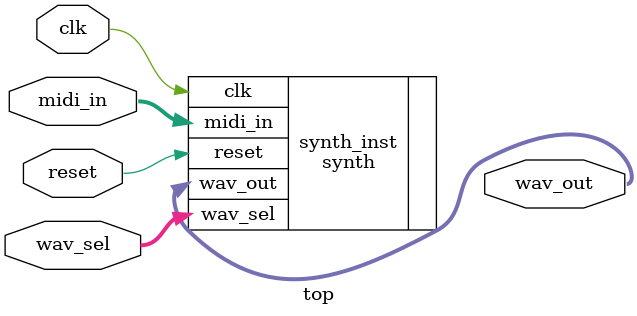
<source format=v>
`timescale 1ns / 1ps


module top(
    input wire clk,
    input wire reset,
    input wire [6:0] midi_in,
    input wire [1:0] wav_sel,
    output wire [7:0] wav_out
    );
    
    synth synth_inst(
        .clk(clk),
        .reset(reset),
        .midi_in(midi_in),
        .wav_sel(wav_sel),
        .wav_out(wav_out)
    );
    
    
    
endmodule
</source>
